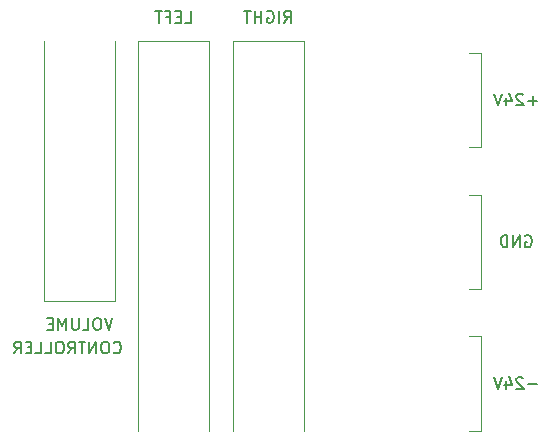
<source format=gbr>
%TF.GenerationSoftware,KiCad,Pcbnew,5.1.6-c6e7f7d~87~ubuntu18.04.1*%
%TF.CreationDate,2021-08-18T14:30:19+12:00*%
%TF.ProjectId,Output and Rail Splitter,4f757470-7574-4206-916e-64205261696c,rev?*%
%TF.SameCoordinates,Original*%
%TF.FileFunction,Legend,Bot*%
%TF.FilePolarity,Positive*%
%FSLAX46Y46*%
G04 Gerber Fmt 4.6, Leading zero omitted, Abs format (unit mm)*
G04 Created by KiCad (PCBNEW 5.1.6-c6e7f7d~87~ubuntu18.04.1) date 2021-08-18 14:30:19*
%MOMM*%
%LPD*%
G01*
G04 APERTURE LIST*
%ADD10C,0.150000*%
%ADD11C,0.120000*%
G04 APERTURE END LIST*
D10*
X127761904Y-129071428D02*
X127000000Y-129071428D01*
X126571428Y-128547619D02*
X126523809Y-128500000D01*
X126428571Y-128452380D01*
X126190476Y-128452380D01*
X126095238Y-128500000D01*
X126047619Y-128547619D01*
X126000000Y-128642857D01*
X126000000Y-128738095D01*
X126047619Y-128880952D01*
X126619047Y-129452380D01*
X126000000Y-129452380D01*
X125142857Y-128785714D02*
X125142857Y-129452380D01*
X125380952Y-128404761D02*
X125619047Y-129119047D01*
X125000000Y-129119047D01*
X124761904Y-128452380D02*
X124428571Y-129452380D01*
X124095238Y-128452380D01*
X126761904Y-116500000D02*
X126857142Y-116452380D01*
X127000000Y-116452380D01*
X127142857Y-116500000D01*
X127238095Y-116595238D01*
X127285714Y-116690476D01*
X127333333Y-116880952D01*
X127333333Y-117023809D01*
X127285714Y-117214285D01*
X127238095Y-117309523D01*
X127142857Y-117404761D01*
X127000000Y-117452380D01*
X126904761Y-117452380D01*
X126761904Y-117404761D01*
X126714285Y-117357142D01*
X126714285Y-117023809D01*
X126904761Y-117023809D01*
X126285714Y-117452380D02*
X126285714Y-116452380D01*
X125714285Y-117452380D01*
X125714285Y-116452380D01*
X125238095Y-117452380D02*
X125238095Y-116452380D01*
X125000000Y-116452380D01*
X124857142Y-116500000D01*
X124761904Y-116595238D01*
X124714285Y-116690476D01*
X124666666Y-116880952D01*
X124666666Y-117023809D01*
X124714285Y-117214285D01*
X124761904Y-117309523D01*
X124857142Y-117404761D01*
X125000000Y-117452380D01*
X125238095Y-117452380D01*
X127761904Y-105071428D02*
X127000000Y-105071428D01*
X127380952Y-105452380D02*
X127380952Y-104690476D01*
X126571428Y-104547619D02*
X126523809Y-104500000D01*
X126428571Y-104452380D01*
X126190476Y-104452380D01*
X126095238Y-104500000D01*
X126047619Y-104547619D01*
X126000000Y-104642857D01*
X126000000Y-104738095D01*
X126047619Y-104880952D01*
X126619047Y-105452380D01*
X126000000Y-105452380D01*
X125142857Y-104785714D02*
X125142857Y-105452380D01*
X125380952Y-104404761D02*
X125619047Y-105119047D01*
X125000000Y-105119047D01*
X124761904Y-104452380D02*
X124428571Y-105452380D01*
X124095238Y-104452380D01*
D11*
X123000000Y-133000000D02*
X122000000Y-133000000D01*
X123000000Y-125000000D02*
X123000000Y-133000000D01*
X122000000Y-125000000D02*
X123000000Y-125000000D01*
X123000000Y-121000000D02*
X122000000Y-121000000D01*
X123000000Y-113000000D02*
X123000000Y-121000000D01*
X122000000Y-113000000D02*
X123000000Y-113000000D01*
X123000000Y-109000000D02*
X122000000Y-109000000D01*
X123000000Y-101000000D02*
X123000000Y-109000000D01*
X122000000Y-101000000D02*
X123000000Y-101000000D01*
D10*
X91904761Y-126357142D02*
X91952380Y-126404761D01*
X92095238Y-126452380D01*
X92190476Y-126452380D01*
X92333333Y-126404761D01*
X92428571Y-126309523D01*
X92476190Y-126214285D01*
X92523809Y-126023809D01*
X92523809Y-125880952D01*
X92476190Y-125690476D01*
X92428571Y-125595238D01*
X92333333Y-125500000D01*
X92190476Y-125452380D01*
X92095238Y-125452380D01*
X91952380Y-125500000D01*
X91904761Y-125547619D01*
X91285714Y-125452380D02*
X91095238Y-125452380D01*
X91000000Y-125500000D01*
X90904761Y-125595238D01*
X90857142Y-125785714D01*
X90857142Y-126119047D01*
X90904761Y-126309523D01*
X91000000Y-126404761D01*
X91095238Y-126452380D01*
X91285714Y-126452380D01*
X91380952Y-126404761D01*
X91476190Y-126309523D01*
X91523809Y-126119047D01*
X91523809Y-125785714D01*
X91476190Y-125595238D01*
X91380952Y-125500000D01*
X91285714Y-125452380D01*
X90428571Y-126452380D02*
X90428571Y-125452380D01*
X89857142Y-126452380D01*
X89857142Y-125452380D01*
X89523809Y-125452380D02*
X88952380Y-125452380D01*
X89238095Y-126452380D02*
X89238095Y-125452380D01*
X88047619Y-126452380D02*
X88380952Y-125976190D01*
X88619047Y-126452380D02*
X88619047Y-125452380D01*
X88238095Y-125452380D01*
X88142857Y-125500000D01*
X88095238Y-125547619D01*
X88047619Y-125642857D01*
X88047619Y-125785714D01*
X88095238Y-125880952D01*
X88142857Y-125928571D01*
X88238095Y-125976190D01*
X88619047Y-125976190D01*
X87428571Y-125452380D02*
X87238095Y-125452380D01*
X87142857Y-125500000D01*
X87047619Y-125595238D01*
X87000000Y-125785714D01*
X87000000Y-126119047D01*
X87047619Y-126309523D01*
X87142857Y-126404761D01*
X87238095Y-126452380D01*
X87428571Y-126452380D01*
X87523809Y-126404761D01*
X87619047Y-126309523D01*
X87666666Y-126119047D01*
X87666666Y-125785714D01*
X87619047Y-125595238D01*
X87523809Y-125500000D01*
X87428571Y-125452380D01*
X86095238Y-126452380D02*
X86571428Y-126452380D01*
X86571428Y-125452380D01*
X85285714Y-126452380D02*
X85761904Y-126452380D01*
X85761904Y-125452380D01*
X84952380Y-125928571D02*
X84619047Y-125928571D01*
X84476190Y-126452380D02*
X84952380Y-126452380D01*
X84952380Y-125452380D01*
X84476190Y-125452380D01*
X83476190Y-126452380D02*
X83809523Y-125976190D01*
X84047619Y-126452380D02*
X84047619Y-125452380D01*
X83666666Y-125452380D01*
X83571428Y-125500000D01*
X83523809Y-125547619D01*
X83476190Y-125642857D01*
X83476190Y-125785714D01*
X83523809Y-125880952D01*
X83571428Y-125928571D01*
X83666666Y-125976190D01*
X84047619Y-125976190D01*
X91809523Y-123452380D02*
X91476190Y-124452380D01*
X91142857Y-123452380D01*
X90619047Y-123452380D02*
X90428571Y-123452380D01*
X90333333Y-123500000D01*
X90238095Y-123595238D01*
X90190476Y-123785714D01*
X90190476Y-124119047D01*
X90238095Y-124309523D01*
X90333333Y-124404761D01*
X90428571Y-124452380D01*
X90619047Y-124452380D01*
X90714285Y-124404761D01*
X90809523Y-124309523D01*
X90857142Y-124119047D01*
X90857142Y-123785714D01*
X90809523Y-123595238D01*
X90714285Y-123500000D01*
X90619047Y-123452380D01*
X89285714Y-124452380D02*
X89761904Y-124452380D01*
X89761904Y-123452380D01*
X88952380Y-123452380D02*
X88952380Y-124261904D01*
X88904761Y-124357142D01*
X88857142Y-124404761D01*
X88761904Y-124452380D01*
X88571428Y-124452380D01*
X88476190Y-124404761D01*
X88428571Y-124357142D01*
X88380952Y-124261904D01*
X88380952Y-123452380D01*
X87904761Y-124452380D02*
X87904761Y-123452380D01*
X87571428Y-124166666D01*
X87238095Y-123452380D01*
X87238095Y-124452380D01*
X86761904Y-123928571D02*
X86428571Y-123928571D01*
X86285714Y-124452380D02*
X86761904Y-124452380D01*
X86761904Y-123452380D01*
X86285714Y-123452380D01*
X97952380Y-98452380D02*
X98428571Y-98452380D01*
X98428571Y-97452380D01*
X97619047Y-97928571D02*
X97285714Y-97928571D01*
X97142857Y-98452380D02*
X97619047Y-98452380D01*
X97619047Y-97452380D01*
X97142857Y-97452380D01*
X96380952Y-97928571D02*
X96714285Y-97928571D01*
X96714285Y-98452380D02*
X96714285Y-97452380D01*
X96238095Y-97452380D01*
X96000000Y-97452380D02*
X95428571Y-97452380D01*
X95714285Y-98452380D02*
X95714285Y-97452380D01*
X106333333Y-98452380D02*
X106666666Y-97976190D01*
X106904761Y-98452380D02*
X106904761Y-97452380D01*
X106523809Y-97452380D01*
X106428571Y-97500000D01*
X106380952Y-97547619D01*
X106333333Y-97642857D01*
X106333333Y-97785714D01*
X106380952Y-97880952D01*
X106428571Y-97928571D01*
X106523809Y-97976190D01*
X106904761Y-97976190D01*
X105904761Y-98452380D02*
X105904761Y-97452380D01*
X104904761Y-97500000D02*
X105000000Y-97452380D01*
X105142857Y-97452380D01*
X105285714Y-97500000D01*
X105380952Y-97595238D01*
X105428571Y-97690476D01*
X105476190Y-97880952D01*
X105476190Y-98023809D01*
X105428571Y-98214285D01*
X105380952Y-98309523D01*
X105285714Y-98404761D01*
X105142857Y-98452380D01*
X105047619Y-98452380D01*
X104904761Y-98404761D01*
X104857142Y-98357142D01*
X104857142Y-98023809D01*
X105047619Y-98023809D01*
X104428571Y-98452380D02*
X104428571Y-97452380D01*
X104428571Y-97928571D02*
X103857142Y-97928571D01*
X103857142Y-98452380D02*
X103857142Y-97452380D01*
X103523809Y-97452380D02*
X102952380Y-97452380D01*
X103238095Y-98452380D02*
X103238095Y-97452380D01*
D11*
X86000000Y-122000000D02*
X86000000Y-100000000D01*
X92000000Y-122000000D02*
X86000000Y-122000000D01*
X92000000Y-100000000D02*
X92000000Y-122000000D01*
X94000000Y-100000000D02*
X94000000Y-133000000D01*
X100000000Y-100000000D02*
X94000000Y-100000000D01*
X100000000Y-133000000D02*
X100000000Y-100000000D01*
X102000000Y-100000000D02*
X102000000Y-133000000D01*
X108000000Y-100000000D02*
X108000000Y-133000000D01*
X102000000Y-100000000D02*
X108000000Y-100000000D01*
M02*

</source>
